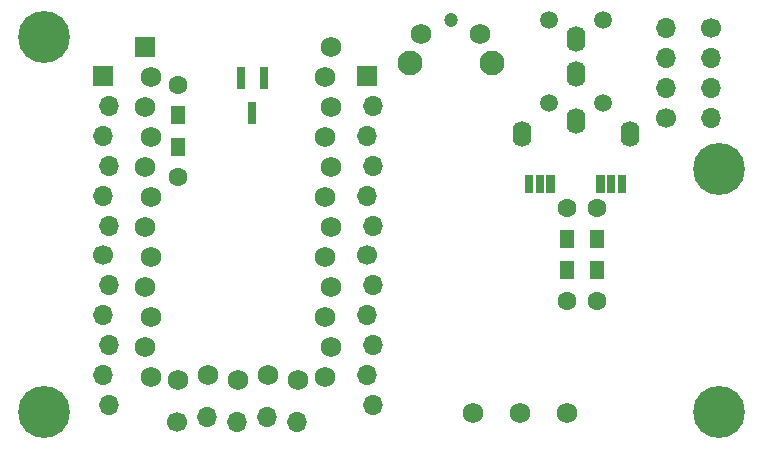
<source format=gbs>
G04 #@! TF.GenerationSoftware,KiCad,Pcbnew,(5.1.9)-1*
G04 #@! TF.CreationDate,2021-05-27T00:57:22-06:00*
G04 #@! TF.ProjectId,cga_proto_boards_top,6367615f-7072-46f7-946f-5f626f617264,rev?*
G04 #@! TF.SameCoordinates,Original*
G04 #@! TF.FileFunction,Soldermask,Bot*
G04 #@! TF.FilePolarity,Negative*
%FSLAX46Y46*%
G04 Gerber Fmt 4.6, Leading zero omitted, Abs format (unit mm)*
G04 Created by KiCad (PCBNEW (5.1.9)-1) date 2021-05-27 00:57:22*
%MOMM*%
%LPD*%
G01*
G04 APERTURE LIST*
%ADD10C,1.600000*%
%ADD11R,1.200000X1.500000*%
%ADD12C,1.200000*%
%ADD13C,2.100000*%
%ADD14C,1.750000*%
%ADD15O,1.600000X2.200000*%
%ADD16C,1.500000*%
%ADD17C,0.700000*%
%ADD18C,4.400000*%
%ADD19C,0.402000*%
%ADD20C,1.752600*%
%ADD21R,0.800000X1.900000*%
%ADD22R,1.752600X1.752600*%
%ADD23O,1.700000X1.700000*%
%ADD24C,1.700000*%
%ADD25R,1.700000X1.700000*%
G04 APERTURE END LIST*
D10*
G04 #@! TO.C,RT2*
X61722000Y-77052000D03*
X61722000Y-69252000D03*
D11*
X61722000Y-74502000D03*
X61722000Y-71802000D03*
G04 #@! TD*
D10*
G04 #@! TO.C,RT1*
X64293750Y-77052000D03*
X64293750Y-69252000D03*
D11*
X64293750Y-74502000D03*
X64293750Y-71802000D03*
G04 #@! TD*
D10*
G04 #@! TO.C,RQ1*
X28829000Y-66606250D03*
X28829000Y-58806250D03*
D11*
X28829000Y-64056250D03*
X28829000Y-61356250D03*
G04 #@! TD*
D12*
G04 #@! TO.C,Reset*
X51903000Y-53273000D03*
D13*
X48403000Y-56973000D03*
D14*
X49403000Y-54483000D03*
X54403000Y-54483000D03*
D13*
X55413000Y-56973000D03*
G04 #@! TD*
D15*
G04 #@! TO.C,T1*
X62484000Y-57889000D03*
D16*
X60184000Y-53289000D03*
X60184000Y-60289000D03*
D15*
X62484000Y-54889000D03*
X62484000Y-61889000D03*
X57884000Y-62989000D03*
X67084000Y-62989000D03*
D16*
X64784000Y-53289000D03*
X64784000Y-60289000D03*
G04 #@! TD*
D17*
G04 #@! TO.C,Screw4*
X18629226Y-53602024D03*
X17462500Y-53118750D03*
X16295774Y-53602024D03*
X15812500Y-54768750D03*
X16295774Y-55935476D03*
X17462500Y-56418750D03*
X18629226Y-55935476D03*
X19112500Y-54768750D03*
D18*
X17462500Y-54768750D03*
G04 #@! TD*
G04 #@! TO.C,Screw1*
X17462500Y-86518750D03*
D17*
X19112500Y-86518750D03*
X18629226Y-87685476D03*
X17462500Y-88168750D03*
X16295774Y-87685476D03*
X15812500Y-86518750D03*
X16295774Y-85352024D03*
X17462500Y-84868750D03*
X18629226Y-85352024D03*
G04 #@! TD*
G04 #@! TO.C,Screw2*
X75779226Y-85352024D03*
X74612500Y-84868750D03*
X73445774Y-85352024D03*
X72962500Y-86518750D03*
X73445774Y-87685476D03*
X74612500Y-88168750D03*
X75779226Y-87685476D03*
X76262500Y-86518750D03*
D18*
X74612500Y-86518750D03*
G04 #@! TD*
G04 #@! TO.C,Screw3*
X74612500Y-65881250D03*
D17*
X76262500Y-65881250D03*
X75779226Y-67047976D03*
X74612500Y-67531250D03*
X73445774Y-67047976D03*
X72962500Y-65881250D03*
X73445774Y-64714524D03*
X74612500Y-64231250D03*
X75779226Y-64714524D03*
G04 #@! TD*
G04 #@! TO.C,J2*
G36*
G01*
X66023000Y-67933000D02*
X66023000Y-66433000D01*
G75*
G02*
X66024000Y-66432000I1000J0D01*
G01*
X66724000Y-66432000D01*
G75*
G02*
X66725000Y-66433000I0J-1000D01*
G01*
X66725000Y-67933000D01*
G75*
G02*
X66724000Y-67934000I-1000J0D01*
G01*
X66024000Y-67934000D01*
G75*
G02*
X66023000Y-67933000I0J1000D01*
G01*
G37*
G36*
G01*
X65123000Y-67933000D02*
X65123000Y-66433000D01*
G75*
G02*
X65124000Y-66432000I1000J0D01*
G01*
X65824000Y-66432000D01*
G75*
G02*
X65825000Y-66433000I0J-1000D01*
G01*
X65825000Y-67933000D01*
G75*
G02*
X65824000Y-67934000I-1000J0D01*
G01*
X65124000Y-67934000D01*
G75*
G02*
X65123000Y-67933000I0J1000D01*
G01*
G37*
G36*
G01*
X64223000Y-67933000D02*
X64223000Y-66433000D01*
G75*
G02*
X64224000Y-66432000I1000J0D01*
G01*
X64924000Y-66432000D01*
G75*
G02*
X64925000Y-66433000I0J-1000D01*
G01*
X64925000Y-67933000D01*
G75*
G02*
X64924000Y-67934000I-1000J0D01*
G01*
X64224000Y-67934000D01*
G75*
G02*
X64223000Y-67933000I0J1000D01*
G01*
G37*
D19*
X66374000Y-67183000D03*
X65474000Y-67183000D03*
X64574000Y-67183000D03*
G04 #@! TD*
G04 #@! TO.C,J1*
G36*
G01*
X59985000Y-67933000D02*
X59985000Y-66433000D01*
G75*
G02*
X59986000Y-66432000I1000J0D01*
G01*
X60686000Y-66432000D01*
G75*
G02*
X60687000Y-66433000I0J-1000D01*
G01*
X60687000Y-67933000D01*
G75*
G02*
X60686000Y-67934000I-1000J0D01*
G01*
X59986000Y-67934000D01*
G75*
G02*
X59985000Y-67933000I0J1000D01*
G01*
G37*
G36*
G01*
X59085000Y-67933000D02*
X59085000Y-66433000D01*
G75*
G02*
X59086000Y-66432000I1000J0D01*
G01*
X59786000Y-66432000D01*
G75*
G02*
X59787000Y-66433000I0J-1000D01*
G01*
X59787000Y-67933000D01*
G75*
G02*
X59786000Y-67934000I-1000J0D01*
G01*
X59086000Y-67934000D01*
G75*
G02*
X59085000Y-67933000I0J1000D01*
G01*
G37*
G36*
G01*
X58185000Y-67933000D02*
X58185000Y-66433000D01*
G75*
G02*
X58186000Y-66432000I1000J0D01*
G01*
X58886000Y-66432000D01*
G75*
G02*
X58887000Y-66433000I0J-1000D01*
G01*
X58887000Y-67933000D01*
G75*
G02*
X58886000Y-67934000I-1000J0D01*
G01*
X58186000Y-67934000D01*
G75*
G02*
X58185000Y-67933000I0J1000D01*
G01*
G37*
X60336000Y-67183000D03*
X59436000Y-67183000D03*
X58536000Y-67183000D03*
G04 #@! TD*
D20*
G04 #@! TO.C,H3*
X61690250Y-86550500D03*
G04 #@! TD*
G04 #@! TO.C,H2*
X57721500Y-86550500D03*
G04 #@! TD*
G04 #@! TO.C,H1*
X53752750Y-86550500D03*
G04 #@! TD*
D21*
G04 #@! TO.C,Q1*
X35083750Y-61190000D03*
X36033750Y-58190000D03*
X34133750Y-58190000D03*
G04 #@! TD*
D20*
G04 #@! TO.C,U1*
X28797250Y-83794600D03*
X31337250Y-83337400D03*
X33877250Y-83794600D03*
X36417250Y-83337400D03*
X38957250Y-83794600D03*
X41725850Y-55626000D03*
X26485850Y-83566000D03*
X41268650Y-58166000D03*
X41725850Y-60706000D03*
X41268650Y-63246000D03*
X41725850Y-65786000D03*
X41268650Y-68326000D03*
X41725850Y-70866000D03*
X41268650Y-73406000D03*
X41725850Y-75946000D03*
X41268650Y-78486000D03*
X41725850Y-81026000D03*
X41268650Y-83566000D03*
X26028650Y-81026000D03*
X26485850Y-78486000D03*
X26028650Y-75946000D03*
X26485850Y-73406000D03*
X26028650Y-70866000D03*
X26485850Y-68326000D03*
X26028650Y-65786000D03*
X26485850Y-63246000D03*
X26028650Y-60706000D03*
X26485850Y-58166000D03*
D22*
X26028650Y-55626000D03*
G04 #@! TD*
D23*
G04 #@! TO.C,O2*
X73914000Y-61595000D03*
X73914000Y-59055000D03*
X73914000Y-56515000D03*
D24*
X73914000Y-53975000D03*
G04 #@! TD*
D23*
G04 #@! TO.C,O1*
X70104000Y-53975000D03*
X70104000Y-56515000D03*
X70104000Y-59055000D03*
D24*
X70104000Y-61595000D03*
G04 #@! TD*
D23*
G04 #@! TO.C,Cs2*
X44824650Y-78309000D03*
X45281850Y-85929000D03*
D24*
X44824650Y-73229000D03*
D23*
X44824650Y-83389000D03*
X45281850Y-75769000D03*
X45281850Y-80849000D03*
X45281850Y-70739000D03*
X44824650Y-68199000D03*
X45281850Y-65659000D03*
X44824650Y-63119000D03*
X45281850Y-60579000D03*
D25*
X44824650Y-58039000D03*
G04 #@! TD*
D23*
G04 #@! TO.C,Cs1*
X22472650Y-78309000D03*
X22929850Y-85929000D03*
D24*
X22472650Y-73229000D03*
D23*
X22472650Y-83389000D03*
X22929850Y-75769000D03*
X22929850Y-80849000D03*
X22929850Y-70739000D03*
X22472650Y-68199000D03*
X22929850Y-65659000D03*
X22472650Y-63119000D03*
X22929850Y-60579000D03*
D25*
X22472650Y-58039000D03*
G04 #@! TD*
D23*
G04 #@! TO.C,Cb1*
X38893750Y-87350600D03*
X36353750Y-86893400D03*
X33813750Y-87350600D03*
X31273750Y-86893400D03*
D24*
X28733750Y-87350600D03*
G04 #@! TD*
M02*

</source>
